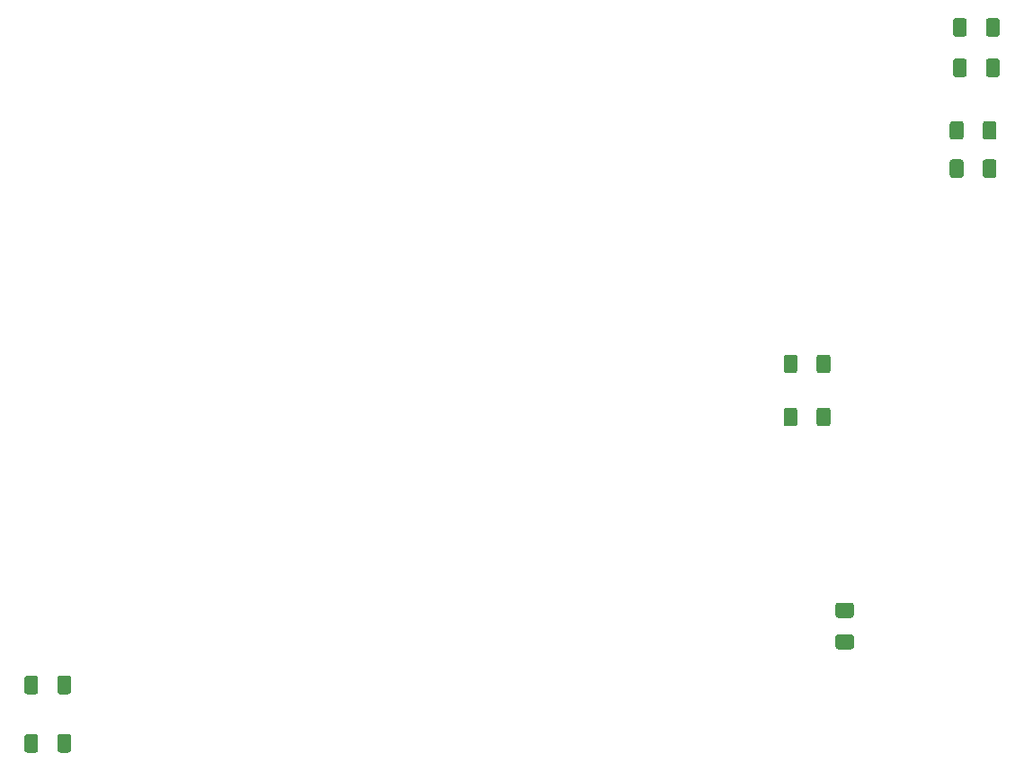
<source format=gbr>
G04 #@! TF.GenerationSoftware,KiCad,Pcbnew,(6.0.1)*
G04 #@! TF.CreationDate,2022-03-21T15:47:41+08:00*
G04 #@! TF.ProjectId,Teensy_Grovebox,5465656e-7379-45f4-9772-6f7665626f78,rev?*
G04 #@! TF.SameCoordinates,Original*
G04 #@! TF.FileFunction,Paste,Top*
G04 #@! TF.FilePolarity,Positive*
%FSLAX46Y46*%
G04 Gerber Fmt 4.6, Leading zero omitted, Abs format (unit mm)*
G04 Created by KiCad (PCBNEW (6.0.1)) date 2022-03-21 15:47:41*
%MOMM*%
%LPD*%
G01*
G04 APERTURE LIST*
G04 APERTURE END LIST*
G04 #@! TO.C,R11*
G36*
G01*
X346600000Y-147875000D02*
X346600000Y-149125000D01*
G75*
G02*
X346350000Y-149375000I-250000J0D01*
G01*
X345550000Y-149375000D01*
G75*
G02*
X345300000Y-149125000I0J250000D01*
G01*
X345300000Y-147875000D01*
G75*
G02*
X345550000Y-147625000I250000J0D01*
G01*
X346350000Y-147625000D01*
G75*
G02*
X346600000Y-147875000I0J-250000D01*
G01*
G37*
G36*
G01*
X343500000Y-147875000D02*
X343500000Y-149125000D01*
G75*
G02*
X343250000Y-149375000I-250000J0D01*
G01*
X342450000Y-149375000D01*
G75*
G02*
X342200000Y-149125000I0J250000D01*
G01*
X342200000Y-147875000D01*
G75*
G02*
X342450000Y-147625000I250000J0D01*
G01*
X343250000Y-147625000D01*
G75*
G02*
X343500000Y-147875000I0J-250000D01*
G01*
G37*
G04 #@! TD*
G04 #@! TO.C,R12*
G36*
G01*
X346600000Y-151475000D02*
X346600000Y-152725000D01*
G75*
G02*
X346350000Y-152975000I-250000J0D01*
G01*
X345550000Y-152975000D01*
G75*
G02*
X345300000Y-152725000I0J250000D01*
G01*
X345300000Y-151475000D01*
G75*
G02*
X345550000Y-151225000I250000J0D01*
G01*
X346350000Y-151225000D01*
G75*
G02*
X346600000Y-151475000I0J-250000D01*
G01*
G37*
G36*
G01*
X343500000Y-151475000D02*
X343500000Y-152725000D01*
G75*
G02*
X343250000Y-152975000I-250000J0D01*
G01*
X342450000Y-152975000D01*
G75*
G02*
X342200000Y-152725000I0J250000D01*
G01*
X342200000Y-151475000D01*
G75*
G02*
X342450000Y-151225000I250000J0D01*
G01*
X343250000Y-151225000D01*
G75*
G02*
X343500000Y-151475000I0J-250000D01*
G01*
G37*
G04 #@! TD*
G04 #@! TO.C,R14*
G36*
G01*
X346900000Y-141975000D02*
X346900000Y-143225000D01*
G75*
G02*
X346650000Y-143475000I-250000J0D01*
G01*
X345850000Y-143475000D01*
G75*
G02*
X345600000Y-143225000I0J250000D01*
G01*
X345600000Y-141975000D01*
G75*
G02*
X345850000Y-141725000I250000J0D01*
G01*
X346650000Y-141725000D01*
G75*
G02*
X346900000Y-141975000I0J-250000D01*
G01*
G37*
G36*
G01*
X343800000Y-141975000D02*
X343800000Y-143225000D01*
G75*
G02*
X343550000Y-143475000I-250000J0D01*
G01*
X342750000Y-143475000D01*
G75*
G02*
X342500000Y-143225000I0J250000D01*
G01*
X342500000Y-141975000D01*
G75*
G02*
X342750000Y-141725000I250000J0D01*
G01*
X343550000Y-141725000D01*
G75*
G02*
X343800000Y-141975000I0J-250000D01*
G01*
G37*
G04 #@! TD*
G04 #@! TO.C,R13*
G36*
G01*
X346900000Y-138175000D02*
X346900000Y-139425000D01*
G75*
G02*
X346650000Y-139675000I-250000J0D01*
G01*
X345850000Y-139675000D01*
G75*
G02*
X345600000Y-139425000I0J250000D01*
G01*
X345600000Y-138175000D01*
G75*
G02*
X345850000Y-137925000I250000J0D01*
G01*
X346650000Y-137925000D01*
G75*
G02*
X346900000Y-138175000I0J-250000D01*
G01*
G37*
G36*
G01*
X343800000Y-138175000D02*
X343800000Y-139425000D01*
G75*
G02*
X343550000Y-139675000I-250000J0D01*
G01*
X342750000Y-139675000D01*
G75*
G02*
X342500000Y-139425000I0J250000D01*
G01*
X342500000Y-138175000D01*
G75*
G02*
X342750000Y-137925000I250000J0D01*
G01*
X343550000Y-137925000D01*
G75*
G02*
X343800000Y-138175000I0J-250000D01*
G01*
G37*
G04 #@! TD*
G04 #@! TO.C,R16*
G36*
G01*
X326550000Y-171125000D02*
X326550000Y-169875000D01*
G75*
G02*
X326800000Y-169625000I250000J0D01*
G01*
X327600000Y-169625000D01*
G75*
G02*
X327850000Y-169875000I0J-250000D01*
G01*
X327850000Y-171125000D01*
G75*
G02*
X327600000Y-171375000I-250000J0D01*
G01*
X326800000Y-171375000D01*
G75*
G02*
X326550000Y-171125000I0J250000D01*
G01*
G37*
G36*
G01*
X329650000Y-171125000D02*
X329650000Y-169875000D01*
G75*
G02*
X329900000Y-169625000I250000J0D01*
G01*
X330700000Y-169625000D01*
G75*
G02*
X330950000Y-169875000I0J-250000D01*
G01*
X330950000Y-171125000D01*
G75*
G02*
X330700000Y-171375000I-250000J0D01*
G01*
X329900000Y-171375000D01*
G75*
G02*
X329650000Y-171125000I0J250000D01*
G01*
G37*
G04 #@! TD*
G04 #@! TO.C,R37*
G36*
G01*
X259450000Y-205625000D02*
X259450000Y-206875000D01*
G75*
G02*
X259200000Y-207125000I-250000J0D01*
G01*
X258400000Y-207125000D01*
G75*
G02*
X258150000Y-206875000I0J250000D01*
G01*
X258150000Y-205625000D01*
G75*
G02*
X258400000Y-205375000I250000J0D01*
G01*
X259200000Y-205375000D01*
G75*
G02*
X259450000Y-205625000I0J-250000D01*
G01*
G37*
G36*
G01*
X256350000Y-205625000D02*
X256350000Y-206875000D01*
G75*
G02*
X256100000Y-207125000I-250000J0D01*
G01*
X255300000Y-207125000D01*
G75*
G02*
X255050000Y-206875000I0J250000D01*
G01*
X255050000Y-205625000D01*
G75*
G02*
X255300000Y-205375000I250000J0D01*
G01*
X256100000Y-205375000D01*
G75*
G02*
X256350000Y-205625000I0J-250000D01*
G01*
G37*
G04 #@! TD*
G04 #@! TO.C,R17*
G36*
G01*
X330950000Y-174875000D02*
X330950000Y-176125000D01*
G75*
G02*
X330700000Y-176375000I-250000J0D01*
G01*
X329900000Y-176375000D01*
G75*
G02*
X329650000Y-176125000I0J250000D01*
G01*
X329650000Y-174875000D01*
G75*
G02*
X329900000Y-174625000I250000J0D01*
G01*
X330700000Y-174625000D01*
G75*
G02*
X330950000Y-174875000I0J-250000D01*
G01*
G37*
G36*
G01*
X327850000Y-174875000D02*
X327850000Y-176125000D01*
G75*
G02*
X327600000Y-176375000I-250000J0D01*
G01*
X326800000Y-176375000D01*
G75*
G02*
X326550000Y-176125000I0J250000D01*
G01*
X326550000Y-174875000D01*
G75*
G02*
X326800000Y-174625000I250000J0D01*
G01*
X327600000Y-174625000D01*
G75*
G02*
X327850000Y-174875000I0J-250000D01*
G01*
G37*
G04 #@! TD*
G04 #@! TO.C,R36*
G36*
G01*
X259450000Y-200125000D02*
X259450000Y-201375000D01*
G75*
G02*
X259200000Y-201625000I-250000J0D01*
G01*
X258400000Y-201625000D01*
G75*
G02*
X258150000Y-201375000I0J250000D01*
G01*
X258150000Y-200125000D01*
G75*
G02*
X258400000Y-199875000I250000J0D01*
G01*
X259200000Y-199875000D01*
G75*
G02*
X259450000Y-200125000I0J-250000D01*
G01*
G37*
G36*
G01*
X256350000Y-200125000D02*
X256350000Y-201375000D01*
G75*
G02*
X256100000Y-201625000I-250000J0D01*
G01*
X255300000Y-201625000D01*
G75*
G02*
X255050000Y-201375000I0J250000D01*
G01*
X255050000Y-200125000D01*
G75*
G02*
X255300000Y-199875000I250000J0D01*
G01*
X256100000Y-199875000D01*
G75*
G02*
X256350000Y-200125000I0J-250000D01*
G01*
G37*
G04 #@! TD*
G04 #@! TO.C,D3*
G36*
G01*
X331675001Y-193000000D02*
X332924999Y-193000000D01*
G75*
G02*
X333175000Y-193250001I0J-250001D01*
G01*
X333175000Y-194174999D01*
G75*
G02*
X332924999Y-194425000I-250001J0D01*
G01*
X331675001Y-194425000D01*
G75*
G02*
X331425000Y-194174999I0J250001D01*
G01*
X331425000Y-193250001D01*
G75*
G02*
X331675001Y-193000000I250001J0D01*
G01*
G37*
G36*
G01*
X331675001Y-195975000D02*
X332924999Y-195975000D01*
G75*
G02*
X333175000Y-196225001I0J-250001D01*
G01*
X333175000Y-197149999D01*
G75*
G02*
X332924999Y-197400000I-250001J0D01*
G01*
X331675001Y-197400000D01*
G75*
G02*
X331425000Y-197149999I0J250001D01*
G01*
X331425000Y-196225001D01*
G75*
G02*
X331675001Y-195975000I250001J0D01*
G01*
G37*
G04 #@! TD*
M02*

</source>
